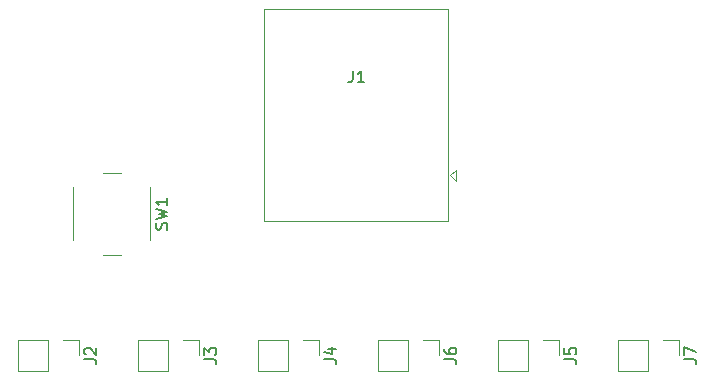
<source format=gbr>
%TF.GenerationSoftware,KiCad,Pcbnew,5.1.6-c6e7f7d~87~ubuntu18.04.1*%
%TF.CreationDate,2022-01-03T17:35:28+01:00*%
%TF.ProjectId,e-r-wifi-lf,652d722d-7769-4666-992d-6c662e6b6963,rev?*%
%TF.SameCoordinates,Original*%
%TF.FileFunction,Legend,Top*%
%TF.FilePolarity,Positive*%
%FSLAX46Y46*%
G04 Gerber Fmt 4.6, Leading zero omitted, Abs format (unit mm)*
G04 Created by KiCad (PCBNEW 5.1.6-c6e7f7d~87~ubuntu18.04.1) date 2022-01-03 17:35:28*
%MOMM*%
%LPD*%
G01*
G04 APERTURE LIST*
%ADD10C,0.120000*%
%ADD11C,0.150000*%
G04 APERTURE END LIST*
D10*
%TO.C,J1*%
X138874000Y-122690000D02*
X138374000Y-123190000D01*
X138874000Y-123690000D02*
X138874000Y-122690000D01*
X138374000Y-123190000D02*
X138874000Y-123690000D01*
X138189000Y-109110000D02*
X122669000Y-109110000D01*
X122669000Y-127070000D02*
X122669000Y-109110000D01*
X122669000Y-127070000D02*
X138189000Y-127070000D01*
X138189000Y-127070000D02*
X138189000Y-109110000D01*
%TO.C,J2*%
X101794000Y-137100000D02*
X101794000Y-139760000D01*
X104394000Y-137100000D02*
X101794000Y-137100000D01*
X104394000Y-139760000D02*
X101794000Y-139760000D01*
X104394000Y-137100000D02*
X104394000Y-139760000D01*
X105664000Y-137100000D02*
X106994000Y-137100000D01*
X106994000Y-137100000D02*
X106994000Y-138430000D01*
%TO.C,J3*%
X117154000Y-137100000D02*
X117154000Y-138430000D01*
X115824000Y-137100000D02*
X117154000Y-137100000D01*
X114554000Y-137100000D02*
X114554000Y-139760000D01*
X114554000Y-139760000D02*
X111954000Y-139760000D01*
X114554000Y-137100000D02*
X111954000Y-137100000D01*
X111954000Y-137100000D02*
X111954000Y-139760000D01*
%TO.C,J4*%
X122114000Y-137100000D02*
X122114000Y-139760000D01*
X124714000Y-137100000D02*
X122114000Y-137100000D01*
X124714000Y-139760000D02*
X122114000Y-139760000D01*
X124714000Y-137100000D02*
X124714000Y-139760000D01*
X125984000Y-137100000D02*
X127314000Y-137100000D01*
X127314000Y-137100000D02*
X127314000Y-138430000D01*
%TO.C,J6*%
X137474000Y-137100000D02*
X137474000Y-138430000D01*
X136144000Y-137100000D02*
X137474000Y-137100000D01*
X134874000Y-137100000D02*
X134874000Y-139760000D01*
X134874000Y-139760000D02*
X132274000Y-139760000D01*
X134874000Y-137100000D02*
X132274000Y-137100000D01*
X132274000Y-137100000D02*
X132274000Y-139760000D01*
%TO.C,J7*%
X152594000Y-137100000D02*
X152594000Y-139760000D01*
X155194000Y-137100000D02*
X152594000Y-137100000D01*
X155194000Y-139760000D02*
X152594000Y-139760000D01*
X155194000Y-137100000D02*
X155194000Y-139760000D01*
X156464000Y-137100000D02*
X157794000Y-137100000D01*
X157794000Y-137100000D02*
X157794000Y-138430000D01*
%TO.C,SW1*%
X109014000Y-129940000D02*
X110514000Y-129940000D01*
X113014000Y-128690000D02*
X113014000Y-124190000D01*
X110514000Y-122940000D02*
X109014000Y-122940000D01*
X106514000Y-124190000D02*
X106514000Y-128690000D01*
%TO.C,J5*%
X142434000Y-137100000D02*
X142434000Y-139760000D01*
X145034000Y-137100000D02*
X142434000Y-137100000D01*
X145034000Y-139760000D02*
X142434000Y-139760000D01*
X145034000Y-137100000D02*
X145034000Y-139760000D01*
X146304000Y-137100000D02*
X147634000Y-137100000D01*
X147634000Y-137100000D02*
X147634000Y-138430000D01*
%TO.C,J1*%
D11*
X130146466Y-114311180D02*
X130146466Y-115025466D01*
X130098847Y-115168323D01*
X130003609Y-115263561D01*
X129860752Y-115311180D01*
X129765514Y-115311180D01*
X131146466Y-115311180D02*
X130575038Y-115311180D01*
X130860752Y-115311180D02*
X130860752Y-114311180D01*
X130765514Y-114454038D01*
X130670276Y-114549276D01*
X130575038Y-114596895D01*
%TO.C,J2*%
X107446380Y-138763333D02*
X108160666Y-138763333D01*
X108303523Y-138810952D01*
X108398761Y-138906190D01*
X108446380Y-139049047D01*
X108446380Y-139144285D01*
X107541619Y-138334761D02*
X107494000Y-138287142D01*
X107446380Y-138191904D01*
X107446380Y-137953809D01*
X107494000Y-137858571D01*
X107541619Y-137810952D01*
X107636857Y-137763333D01*
X107732095Y-137763333D01*
X107874952Y-137810952D01*
X108446380Y-138382380D01*
X108446380Y-137763333D01*
%TO.C,J3*%
X117606380Y-138763333D02*
X118320666Y-138763333D01*
X118463523Y-138810952D01*
X118558761Y-138906190D01*
X118606380Y-139049047D01*
X118606380Y-139144285D01*
X117606380Y-138382380D02*
X117606380Y-137763333D01*
X117987333Y-138096666D01*
X117987333Y-137953809D01*
X118034952Y-137858571D01*
X118082571Y-137810952D01*
X118177809Y-137763333D01*
X118415904Y-137763333D01*
X118511142Y-137810952D01*
X118558761Y-137858571D01*
X118606380Y-137953809D01*
X118606380Y-138239523D01*
X118558761Y-138334761D01*
X118511142Y-138382380D01*
%TO.C,J4*%
X127766380Y-138763333D02*
X128480666Y-138763333D01*
X128623523Y-138810952D01*
X128718761Y-138906190D01*
X128766380Y-139049047D01*
X128766380Y-139144285D01*
X128099714Y-137858571D02*
X128766380Y-137858571D01*
X127718761Y-138096666D02*
X128433047Y-138334761D01*
X128433047Y-137715714D01*
%TO.C,J6*%
X137926380Y-138763333D02*
X138640666Y-138763333D01*
X138783523Y-138810952D01*
X138878761Y-138906190D01*
X138926380Y-139049047D01*
X138926380Y-139144285D01*
X137926380Y-137858571D02*
X137926380Y-138049047D01*
X137974000Y-138144285D01*
X138021619Y-138191904D01*
X138164476Y-138287142D01*
X138354952Y-138334761D01*
X138735904Y-138334761D01*
X138831142Y-138287142D01*
X138878761Y-138239523D01*
X138926380Y-138144285D01*
X138926380Y-137953809D01*
X138878761Y-137858571D01*
X138831142Y-137810952D01*
X138735904Y-137763333D01*
X138497809Y-137763333D01*
X138402571Y-137810952D01*
X138354952Y-137858571D01*
X138307333Y-137953809D01*
X138307333Y-138144285D01*
X138354952Y-138239523D01*
X138402571Y-138287142D01*
X138497809Y-138334761D01*
%TO.C,J7*%
X158246380Y-138763333D02*
X158960666Y-138763333D01*
X159103523Y-138810952D01*
X159198761Y-138906190D01*
X159246380Y-139049047D01*
X159246380Y-139144285D01*
X158246380Y-138382380D02*
X158246380Y-137715714D01*
X159246380Y-138144285D01*
%TO.C,SW1*%
X114418761Y-127773333D02*
X114466380Y-127630476D01*
X114466380Y-127392380D01*
X114418761Y-127297142D01*
X114371142Y-127249523D01*
X114275904Y-127201904D01*
X114180666Y-127201904D01*
X114085428Y-127249523D01*
X114037809Y-127297142D01*
X113990190Y-127392380D01*
X113942571Y-127582857D01*
X113894952Y-127678095D01*
X113847333Y-127725714D01*
X113752095Y-127773333D01*
X113656857Y-127773333D01*
X113561619Y-127725714D01*
X113514000Y-127678095D01*
X113466380Y-127582857D01*
X113466380Y-127344761D01*
X113514000Y-127201904D01*
X113466380Y-126868571D02*
X114466380Y-126630476D01*
X113752095Y-126440000D01*
X114466380Y-126249523D01*
X113466380Y-126011428D01*
X114466380Y-125106666D02*
X114466380Y-125678095D01*
X114466380Y-125392380D02*
X113466380Y-125392380D01*
X113609238Y-125487619D01*
X113704476Y-125582857D01*
X113752095Y-125678095D01*
%TO.C,J5*%
X148086380Y-138763333D02*
X148800666Y-138763333D01*
X148943523Y-138810952D01*
X149038761Y-138906190D01*
X149086380Y-139049047D01*
X149086380Y-139144285D01*
X148086380Y-137810952D02*
X148086380Y-138287142D01*
X148562571Y-138334761D01*
X148514952Y-138287142D01*
X148467333Y-138191904D01*
X148467333Y-137953809D01*
X148514952Y-137858571D01*
X148562571Y-137810952D01*
X148657809Y-137763333D01*
X148895904Y-137763333D01*
X148991142Y-137810952D01*
X149038761Y-137858571D01*
X149086380Y-137953809D01*
X149086380Y-138191904D01*
X149038761Y-138287142D01*
X148991142Y-138334761D01*
%TD*%
M02*

</source>
